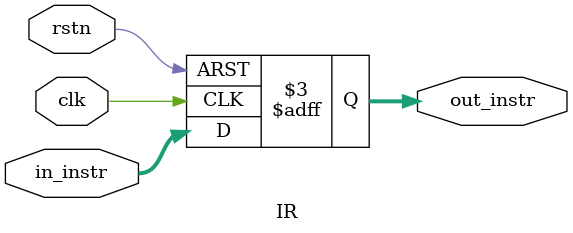
<source format=v>
module IR(in_instr, clk, rstn, out_instr);
  input [15:0] in_instr; //instruction from ROM
  input clk, rstn;
  
  output [15:0] out_instr; //output wire of 16-bit instruction
  reg [15:0] out_instr;

  always @(posedge clk or negedge rstn) //run on positive edge of every clock cycle
  begin
    if(!rstn)        //if reset == 0, reset registr value
      out_instr <= 0;
    else
      out_instr <= in_instr; //making memory
  end

endmodule

</source>
